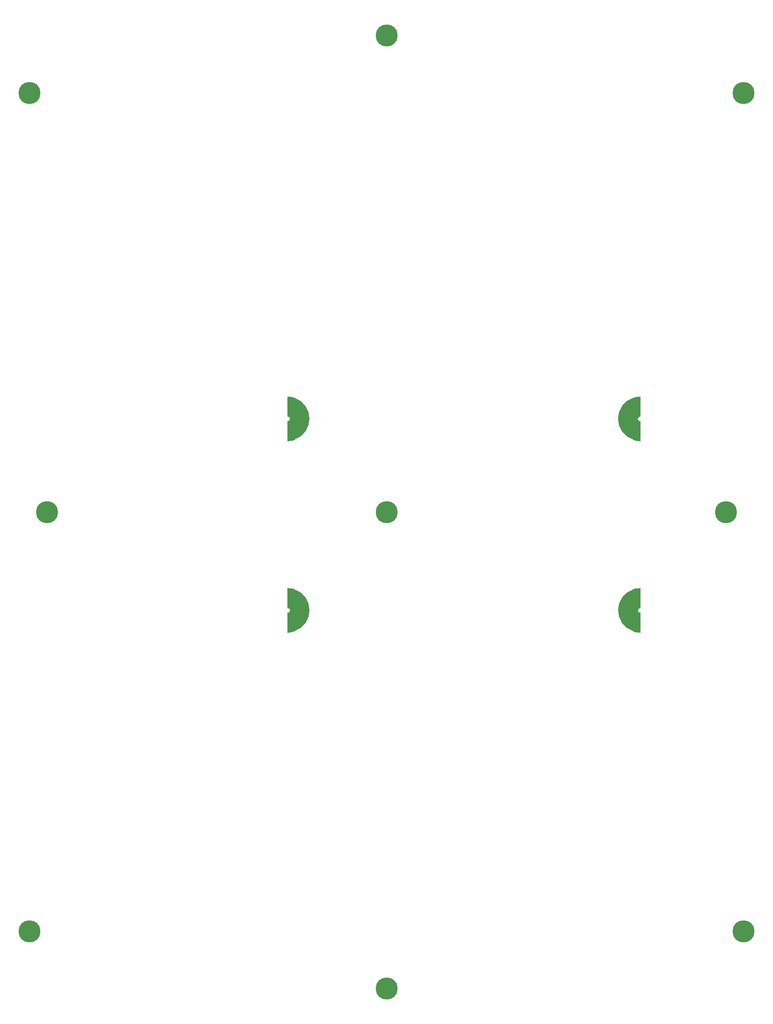
<source format=gbr>
%TF.GenerationSoftware,KiCad,Pcbnew,5.99.0-unknown-0a0935e0f3~125~ubuntu20.04.1*%
%TF.CreationDate,2021-03-31T20:14:15-05:00*%
%TF.ProjectId,Feeds,46656564-732e-46b6-9963-61645f706362,rev?*%
%TF.SameCoordinates,Original*%
%TF.FileFunction,Soldermask,Top*%
%TF.FilePolarity,Negative*%
%FSLAX46Y46*%
G04 Gerber Fmt 4.6, Leading zero omitted, Abs format (unit mm)*
G04 Created by KiCad (PCBNEW 5.99.0-unknown-0a0935e0f3~125~ubuntu20.04.1) date 2021-03-31 20:14:15*
%MOMM*%
%LPD*%
G01*
G04 APERTURE LIST*
%ADD10C,0.000100*%
%ADD11C,2.200000*%
%ADD12C,2.900000*%
%ADD13C,5.000000*%
G04 APERTURE END LIST*
D10*
%TO.C,Feed2*%
X149253600Y-96684625D02*
X149423600Y-96724625D01*
X149423600Y-96724625D02*
X149623600Y-96764625D01*
X149623600Y-96764625D02*
X149873600Y-96804625D01*
X149873600Y-96804625D02*
X150063600Y-96824625D01*
X150063600Y-96824625D02*
X150213600Y-96834625D01*
X150213600Y-96834625D02*
X150423600Y-96844625D01*
X150423600Y-96844625D02*
X150513600Y-96844625D01*
X150513600Y-96844625D02*
X149043600Y-96624625D01*
X149043600Y-96624625D02*
X149253600Y-96684625D01*
G36*
X150513600Y-96844625D02*
G01*
X150423600Y-96844625D01*
X150213600Y-96834625D01*
X150063600Y-96824625D01*
X149873600Y-96804625D01*
X149623600Y-96764625D01*
X149423600Y-96724625D01*
X149253600Y-96684625D01*
X149043600Y-96624625D01*
X150513600Y-96844625D01*
G37*
X150513600Y-96844625D02*
X150423600Y-96844625D01*
X150213600Y-96834625D01*
X150063600Y-96824625D01*
X149873600Y-96804625D01*
X149623600Y-96764625D01*
X149423600Y-96724625D01*
X149253600Y-96684625D01*
X149043600Y-96624625D01*
X150513600Y-96844625D01*
X149902600Y-92406625D02*
X150492600Y-92406625D01*
X150492600Y-92406625D02*
X150402600Y-92386625D01*
X150402600Y-92386625D02*
X150292600Y-92346625D01*
X150292600Y-92346625D02*
X150192600Y-92296625D01*
X150192600Y-92296625D02*
X150102600Y-92226625D01*
X150102600Y-92226625D02*
X150042600Y-92156625D01*
X150042600Y-92156625D02*
X149975100Y-92020375D01*
X149975100Y-92020375D02*
X149963850Y-91797250D01*
X149963850Y-91797250D02*
X150001350Y-91656000D01*
X150001350Y-91656000D02*
X150052600Y-91566625D01*
X150052600Y-91566625D02*
X150102600Y-91496625D01*
X150102600Y-91496625D02*
X150162600Y-91426625D01*
X150162600Y-91426625D02*
X150232600Y-91366625D01*
X150232600Y-91366625D02*
X150302600Y-91326625D01*
X150302600Y-91326625D02*
X150402600Y-91286625D01*
X150402600Y-91286625D02*
X149902600Y-91286625D01*
X149902600Y-91286625D02*
X149902600Y-92406625D01*
G36*
X150302600Y-91326625D02*
G01*
X150232600Y-91366625D01*
X150162600Y-91426625D01*
X150102600Y-91496625D01*
X150052600Y-91566625D01*
X150001350Y-91656000D01*
X149963850Y-91797250D01*
X149975100Y-92020375D01*
X150042600Y-92156625D01*
X150102600Y-92226625D01*
X150192600Y-92296625D01*
X150292600Y-92346625D01*
X150402600Y-92386625D01*
X150492600Y-92406625D01*
X149902600Y-92406625D01*
X149902600Y-91286625D01*
X150402600Y-91286625D01*
X150302600Y-91326625D01*
G37*
X150302600Y-91326625D02*
X150232600Y-91366625D01*
X150162600Y-91426625D01*
X150102600Y-91496625D01*
X150052600Y-91566625D01*
X150001350Y-91656000D01*
X149963850Y-91797250D01*
X149975100Y-92020375D01*
X150042600Y-92156625D01*
X150102600Y-92226625D01*
X150192600Y-92296625D01*
X150292600Y-92346625D01*
X150402600Y-92386625D01*
X150492600Y-92406625D01*
X149902600Y-92406625D01*
X149902600Y-91286625D01*
X150402600Y-91286625D01*
X150302600Y-91326625D01*
X150187600Y-86854875D02*
X149990000Y-86875025D01*
X149990000Y-86875025D02*
X149836000Y-86898025D01*
X149836000Y-86898025D02*
X149608000Y-86933025D01*
X149608000Y-86933025D02*
X149245000Y-87020025D01*
X149245000Y-87020025D02*
X148733000Y-87189025D01*
X148733000Y-87189025D02*
X150512600Y-87183625D01*
X150512600Y-87183625D02*
X150512600Y-86833625D01*
X150512600Y-86833625D02*
X150374000Y-86842025D01*
X150374000Y-86842025D02*
X150187600Y-86854875D01*
G36*
X150512600Y-87183625D02*
G01*
X148733000Y-87189025D01*
X149245000Y-87020025D01*
X149608000Y-86933025D01*
X149836000Y-86898025D01*
X149990000Y-86875025D01*
X150187600Y-86854875D01*
X150374000Y-86842025D01*
X150512600Y-86833625D01*
X150512600Y-87183625D01*
G37*
X150512600Y-87183625D02*
X148733000Y-87189025D01*
X149245000Y-87020025D01*
X149608000Y-86933025D01*
X149836000Y-86898025D01*
X149990000Y-86875025D01*
X150187600Y-86854875D01*
X150374000Y-86842025D01*
X150512600Y-86833625D01*
X150512600Y-87183625D01*
X147534000Y-91360025D02*
X150512600Y-91286625D01*
X150512600Y-91286625D02*
X150513000Y-86850025D01*
X150513000Y-86850025D02*
X149232000Y-87036025D01*
X149232000Y-87036025D02*
X147534000Y-91360025D01*
G36*
X150512600Y-91286625D02*
G01*
X147534000Y-91360025D01*
X149232000Y-87036025D01*
X150513000Y-86850025D01*
X150512600Y-91286625D01*
G37*
X150512600Y-91286625D02*
X147534000Y-91360025D01*
X149232000Y-87036025D01*
X150513000Y-86850025D01*
X150512600Y-91286625D01*
X149048057Y-96630158D02*
X150518057Y-96850158D01*
X150518057Y-96850158D02*
X150521279Y-92405900D01*
X150521279Y-92405900D02*
X149900000Y-92401025D01*
X149900000Y-92401025D02*
X149919000Y-91279025D01*
X149919000Y-91279025D02*
X147276000Y-91360025D01*
X147276000Y-91360025D02*
X149048057Y-96630158D01*
G36*
X149900000Y-92401025D02*
G01*
X150521279Y-92405900D01*
X150518057Y-96850158D01*
X149048057Y-96630158D01*
X147276000Y-91360025D01*
X149919000Y-91279025D01*
X149900000Y-92401025D01*
G37*
X149900000Y-92401025D02*
X150521279Y-92405900D01*
X150518057Y-96850158D01*
X149048057Y-96630158D01*
X147276000Y-91360025D01*
X149919000Y-91279025D01*
X149900000Y-92401025D01*
D11*
X149393000Y-95581025D02*
G75*
G02*
X149421000Y-88112025I1113900J3730377D01*
G01*
D10*
%TO.C,Feed3*%
X149268600Y-140092575D02*
X149438600Y-140132575D01*
X149438600Y-140132575D02*
X149638600Y-140172575D01*
X149638600Y-140172575D02*
X149888600Y-140212575D01*
X149888600Y-140212575D02*
X150078600Y-140232575D01*
X150078600Y-140232575D02*
X150228600Y-140242575D01*
X150228600Y-140242575D02*
X150438600Y-140252575D01*
X150438600Y-140252575D02*
X150528600Y-140252575D01*
X150528600Y-140252575D02*
X149058600Y-140032575D01*
X149058600Y-140032575D02*
X149268600Y-140092575D01*
G36*
X150528600Y-140252575D02*
G01*
X150438600Y-140252575D01*
X150228600Y-140242575D01*
X150078600Y-140232575D01*
X149888600Y-140212575D01*
X149638600Y-140172575D01*
X149438600Y-140132575D01*
X149268600Y-140092575D01*
X149058600Y-140032575D01*
X150528600Y-140252575D01*
G37*
X150528600Y-140252575D02*
X150438600Y-140252575D01*
X150228600Y-140242575D01*
X150078600Y-140232575D01*
X149888600Y-140212575D01*
X149638600Y-140172575D01*
X149438600Y-140132575D01*
X149268600Y-140092575D01*
X149058600Y-140032575D01*
X150528600Y-140252575D01*
X149917600Y-135814575D02*
X150507600Y-135814575D01*
X150507600Y-135814575D02*
X150417600Y-135794575D01*
X150417600Y-135794575D02*
X150307600Y-135754575D01*
X150307600Y-135754575D02*
X150207600Y-135704575D01*
X150207600Y-135704575D02*
X150117600Y-135634575D01*
X150117600Y-135634575D02*
X150057600Y-135564575D01*
X150057600Y-135564575D02*
X149990100Y-135428325D01*
X149990100Y-135428325D02*
X149978850Y-135205200D01*
X149978850Y-135205200D02*
X150016350Y-135063950D01*
X150016350Y-135063950D02*
X150067600Y-134974575D01*
X150067600Y-134974575D02*
X150117600Y-134904575D01*
X150117600Y-134904575D02*
X150177600Y-134834575D01*
X150177600Y-134834575D02*
X150247600Y-134774575D01*
X150247600Y-134774575D02*
X150317600Y-134734575D01*
X150317600Y-134734575D02*
X150417600Y-134694575D01*
X150417600Y-134694575D02*
X149917600Y-134694575D01*
X149917600Y-134694575D02*
X149917600Y-135814575D01*
G36*
X150317600Y-134734575D02*
G01*
X150247600Y-134774575D01*
X150177600Y-134834575D01*
X150117600Y-134904575D01*
X150067600Y-134974575D01*
X150016350Y-135063950D01*
X149978850Y-135205200D01*
X149990100Y-135428325D01*
X150057600Y-135564575D01*
X150117600Y-135634575D01*
X150207600Y-135704575D01*
X150307600Y-135754575D01*
X150417600Y-135794575D01*
X150507600Y-135814575D01*
X149917600Y-135814575D01*
X149917600Y-134694575D01*
X150417600Y-134694575D01*
X150317600Y-134734575D01*
G37*
X150317600Y-134734575D02*
X150247600Y-134774575D01*
X150177600Y-134834575D01*
X150117600Y-134904575D01*
X150067600Y-134974575D01*
X150016350Y-135063950D01*
X149978850Y-135205200D01*
X149990100Y-135428325D01*
X150057600Y-135564575D01*
X150117600Y-135634575D01*
X150207600Y-135704575D01*
X150307600Y-135754575D01*
X150417600Y-135794575D01*
X150507600Y-135814575D01*
X149917600Y-135814575D01*
X149917600Y-134694575D01*
X150417600Y-134694575D01*
X150317600Y-134734575D01*
X150202600Y-130262825D02*
X150005000Y-130282975D01*
X150005000Y-130282975D02*
X149851000Y-130305975D01*
X149851000Y-130305975D02*
X149623000Y-130340975D01*
X149623000Y-130340975D02*
X149260000Y-130427975D01*
X149260000Y-130427975D02*
X148748000Y-130596975D01*
X148748000Y-130596975D02*
X150527600Y-130591575D01*
X150527600Y-130591575D02*
X150527600Y-130241575D01*
X150527600Y-130241575D02*
X150389000Y-130249975D01*
X150389000Y-130249975D02*
X150202600Y-130262825D01*
G36*
X150527600Y-130591575D02*
G01*
X148748000Y-130596975D01*
X149260000Y-130427975D01*
X149623000Y-130340975D01*
X149851000Y-130305975D01*
X150005000Y-130282975D01*
X150202600Y-130262825D01*
X150389000Y-130249975D01*
X150527600Y-130241575D01*
X150527600Y-130591575D01*
G37*
X150527600Y-130591575D02*
X148748000Y-130596975D01*
X149260000Y-130427975D01*
X149623000Y-130340975D01*
X149851000Y-130305975D01*
X150005000Y-130282975D01*
X150202600Y-130262825D01*
X150389000Y-130249975D01*
X150527600Y-130241575D01*
X150527600Y-130591575D01*
X147549000Y-134767975D02*
X150527600Y-134694575D01*
X150527600Y-134694575D02*
X150528000Y-130257975D01*
X150528000Y-130257975D02*
X149247000Y-130443975D01*
X149247000Y-130443975D02*
X147549000Y-134767975D01*
G36*
X150527600Y-134694575D02*
G01*
X147549000Y-134767975D01*
X149247000Y-130443975D01*
X150528000Y-130257975D01*
X150527600Y-134694575D01*
G37*
X150527600Y-134694575D02*
X147549000Y-134767975D01*
X149247000Y-130443975D01*
X150528000Y-130257975D01*
X150527600Y-134694575D01*
X149063057Y-140038108D02*
X150533057Y-140258108D01*
X150533057Y-140258108D02*
X150536279Y-135813850D01*
X150536279Y-135813850D02*
X149915000Y-135808975D01*
X149915000Y-135808975D02*
X149934000Y-134686975D01*
X149934000Y-134686975D02*
X147291000Y-134767975D01*
X147291000Y-134767975D02*
X149063057Y-140038108D01*
G36*
X149915000Y-135808975D02*
G01*
X150536279Y-135813850D01*
X150533057Y-140258108D01*
X149063057Y-140038108D01*
X147291000Y-134767975D01*
X149934000Y-134686975D01*
X149915000Y-135808975D01*
G37*
X149915000Y-135808975D02*
X150536279Y-135813850D01*
X150533057Y-140258108D01*
X149063057Y-140038108D01*
X147291000Y-134767975D01*
X149934000Y-134686975D01*
X149915000Y-135808975D01*
D11*
X149408000Y-138988975D02*
G75*
G02*
X149436000Y-131519975I1113900J3730377D01*
G01*
D10*
%TO.C,Feed1*%
X71778400Y-87007425D02*
X71608400Y-86967425D01*
X71608400Y-86967425D02*
X71408400Y-86927425D01*
X71408400Y-86927425D02*
X71158400Y-86887425D01*
X71158400Y-86887425D02*
X70968400Y-86867425D01*
X70968400Y-86867425D02*
X70818400Y-86857425D01*
X70818400Y-86857425D02*
X70608400Y-86847425D01*
X70608400Y-86847425D02*
X70518400Y-86847425D01*
X70518400Y-86847425D02*
X71988400Y-87067425D01*
X71988400Y-87067425D02*
X71778400Y-87007425D01*
G36*
X70818400Y-86857425D02*
G01*
X70968400Y-86867425D01*
X71158400Y-86887425D01*
X71408400Y-86927425D01*
X71608400Y-86967425D01*
X71778400Y-87007425D01*
X71988400Y-87067425D01*
X70518400Y-86847425D01*
X70608400Y-86847425D01*
X70818400Y-86857425D01*
G37*
X70818400Y-86857425D02*
X70968400Y-86867425D01*
X71158400Y-86887425D01*
X71408400Y-86927425D01*
X71608400Y-86967425D01*
X71778400Y-87007425D01*
X71988400Y-87067425D01*
X70518400Y-86847425D01*
X70608400Y-86847425D01*
X70818400Y-86857425D01*
X71129400Y-91285425D02*
X70539400Y-91285425D01*
X70539400Y-91285425D02*
X70629400Y-91305425D01*
X70629400Y-91305425D02*
X70739400Y-91345425D01*
X70739400Y-91345425D02*
X70839400Y-91395425D01*
X70839400Y-91395425D02*
X70929400Y-91465425D01*
X70929400Y-91465425D02*
X70989400Y-91535425D01*
X70989400Y-91535425D02*
X71056900Y-91671675D01*
X71056900Y-91671675D02*
X71068150Y-91894800D01*
X71068150Y-91894800D02*
X71030650Y-92036050D01*
X71030650Y-92036050D02*
X70979400Y-92125425D01*
X70979400Y-92125425D02*
X70929400Y-92195425D01*
X70929400Y-92195425D02*
X70869400Y-92265425D01*
X70869400Y-92265425D02*
X70799400Y-92325425D01*
X70799400Y-92325425D02*
X70729400Y-92365425D01*
X70729400Y-92365425D02*
X70629400Y-92405425D01*
X70629400Y-92405425D02*
X71129400Y-92405425D01*
X71129400Y-92405425D02*
X71129400Y-91285425D01*
G36*
X71129400Y-92405425D02*
G01*
X70629400Y-92405425D01*
X70729400Y-92365425D01*
X70799400Y-92325425D01*
X70869400Y-92265425D01*
X70929400Y-92195425D01*
X70979400Y-92125425D01*
X71030650Y-92036050D01*
X71068150Y-91894800D01*
X71056900Y-91671675D01*
X70989400Y-91535425D01*
X70929400Y-91465425D01*
X70839400Y-91395425D01*
X70739400Y-91345425D01*
X70629400Y-91305425D01*
X70539400Y-91285425D01*
X71129400Y-91285425D01*
X71129400Y-92405425D01*
G37*
X71129400Y-92405425D02*
X70629400Y-92405425D01*
X70729400Y-92365425D01*
X70799400Y-92325425D01*
X70869400Y-92265425D01*
X70929400Y-92195425D01*
X70979400Y-92125425D01*
X71030650Y-92036050D01*
X71068150Y-91894800D01*
X71056900Y-91671675D01*
X70989400Y-91535425D01*
X70929400Y-91465425D01*
X70839400Y-91395425D01*
X70739400Y-91345425D01*
X70629400Y-91305425D01*
X70539400Y-91285425D01*
X71129400Y-91285425D01*
X71129400Y-92405425D01*
X70844400Y-96837175D02*
X71042000Y-96817025D01*
X71042000Y-96817025D02*
X71196000Y-96794025D01*
X71196000Y-96794025D02*
X71424000Y-96759025D01*
X71424000Y-96759025D02*
X71787000Y-96672025D01*
X71787000Y-96672025D02*
X72299000Y-96503025D01*
X72299000Y-96503025D02*
X70519400Y-96508425D01*
X70519400Y-96508425D02*
X70519400Y-96858425D01*
X70519400Y-96858425D02*
X70658000Y-96850025D01*
X70658000Y-96850025D02*
X70844400Y-96837175D01*
G36*
X71787000Y-96672025D02*
G01*
X71424000Y-96759025D01*
X71196000Y-96794025D01*
X71042000Y-96817025D01*
X70844400Y-96837175D01*
X70658000Y-96850025D01*
X70519400Y-96858425D01*
X70519400Y-96508425D01*
X72299000Y-96503025D01*
X71787000Y-96672025D01*
G37*
X71787000Y-96672025D02*
X71424000Y-96759025D01*
X71196000Y-96794025D01*
X71042000Y-96817025D01*
X70844400Y-96837175D01*
X70658000Y-96850025D01*
X70519400Y-96858425D01*
X70519400Y-96508425D01*
X72299000Y-96503025D01*
X71787000Y-96672025D01*
X73498000Y-92332025D02*
X70519400Y-92405425D01*
X70519400Y-92405425D02*
X70519000Y-96842025D01*
X70519000Y-96842025D02*
X71800000Y-96656025D01*
X71800000Y-96656025D02*
X73498000Y-92332025D01*
G36*
X71800000Y-96656025D02*
G01*
X70519000Y-96842025D01*
X70519400Y-92405425D01*
X73498000Y-92332025D01*
X71800000Y-96656025D01*
G37*
X71800000Y-96656025D02*
X70519000Y-96842025D01*
X70519400Y-92405425D01*
X73498000Y-92332025D01*
X71800000Y-96656025D01*
X71983943Y-87061892D02*
X70513943Y-86841892D01*
X70513943Y-86841892D02*
X70510721Y-91286150D01*
X70510721Y-91286150D02*
X71132000Y-91291025D01*
X71132000Y-91291025D02*
X71113000Y-92413025D01*
X71113000Y-92413025D02*
X73756000Y-92332025D01*
X73756000Y-92332025D02*
X71983943Y-87061892D01*
G36*
X71983943Y-87061892D02*
G01*
X73756000Y-92332025D01*
X71113000Y-92413025D01*
X71132000Y-91291025D01*
X70510721Y-91286150D01*
X70513943Y-86841892D01*
X71983943Y-87061892D01*
G37*
X71983943Y-87061892D02*
X73756000Y-92332025D01*
X71113000Y-92413025D01*
X71132000Y-91291025D01*
X70510721Y-91286150D01*
X70513943Y-86841892D01*
X71983943Y-87061892D01*
D11*
X71639000Y-88111025D02*
G75*
G02*
X71611000Y-95580025I-1113900J-3730377D01*
G01*
D10*
%TO.C,Feed4*%
X71793400Y-130415375D02*
X71623400Y-130375375D01*
X71623400Y-130375375D02*
X71423400Y-130335375D01*
X71423400Y-130335375D02*
X71173400Y-130295375D01*
X71173400Y-130295375D02*
X70983400Y-130275375D01*
X70983400Y-130275375D02*
X70833400Y-130265375D01*
X70833400Y-130265375D02*
X70623400Y-130255375D01*
X70623400Y-130255375D02*
X70533400Y-130255375D01*
X70533400Y-130255375D02*
X72003400Y-130475375D01*
X72003400Y-130475375D02*
X71793400Y-130415375D01*
G36*
X70833400Y-130265375D02*
G01*
X70983400Y-130275375D01*
X71173400Y-130295375D01*
X71423400Y-130335375D01*
X71623400Y-130375375D01*
X71793400Y-130415375D01*
X72003400Y-130475375D01*
X70533400Y-130255375D01*
X70623400Y-130255375D01*
X70833400Y-130265375D01*
G37*
X70833400Y-130265375D02*
X70983400Y-130275375D01*
X71173400Y-130295375D01*
X71423400Y-130335375D01*
X71623400Y-130375375D01*
X71793400Y-130415375D01*
X72003400Y-130475375D01*
X70533400Y-130255375D01*
X70623400Y-130255375D01*
X70833400Y-130265375D01*
X71144400Y-134693375D02*
X70554400Y-134693375D01*
X70554400Y-134693375D02*
X70644400Y-134713375D01*
X70644400Y-134713375D02*
X70754400Y-134753375D01*
X70754400Y-134753375D02*
X70854400Y-134803375D01*
X70854400Y-134803375D02*
X70944400Y-134873375D01*
X70944400Y-134873375D02*
X71004400Y-134943375D01*
X71004400Y-134943375D02*
X71071900Y-135079625D01*
X71071900Y-135079625D02*
X71083150Y-135302750D01*
X71083150Y-135302750D02*
X71045650Y-135444000D01*
X71045650Y-135444000D02*
X70994400Y-135533375D01*
X70994400Y-135533375D02*
X70944400Y-135603375D01*
X70944400Y-135603375D02*
X70884400Y-135673375D01*
X70884400Y-135673375D02*
X70814400Y-135733375D01*
X70814400Y-135733375D02*
X70744400Y-135773375D01*
X70744400Y-135773375D02*
X70644400Y-135813375D01*
X70644400Y-135813375D02*
X71144400Y-135813375D01*
X71144400Y-135813375D02*
X71144400Y-134693375D01*
G36*
X71144400Y-135813375D02*
G01*
X70644400Y-135813375D01*
X70744400Y-135773375D01*
X70814400Y-135733375D01*
X70884400Y-135673375D01*
X70944400Y-135603375D01*
X70994400Y-135533375D01*
X71045650Y-135444000D01*
X71083150Y-135302750D01*
X71071900Y-135079625D01*
X71004400Y-134943375D01*
X70944400Y-134873375D01*
X70854400Y-134803375D01*
X70754400Y-134753375D01*
X70644400Y-134713375D01*
X70554400Y-134693375D01*
X71144400Y-134693375D01*
X71144400Y-135813375D01*
G37*
X71144400Y-135813375D02*
X70644400Y-135813375D01*
X70744400Y-135773375D01*
X70814400Y-135733375D01*
X70884400Y-135673375D01*
X70944400Y-135603375D01*
X70994400Y-135533375D01*
X71045650Y-135444000D01*
X71083150Y-135302750D01*
X71071900Y-135079625D01*
X71004400Y-134943375D01*
X70944400Y-134873375D01*
X70854400Y-134803375D01*
X70754400Y-134753375D01*
X70644400Y-134713375D01*
X70554400Y-134693375D01*
X71144400Y-134693375D01*
X71144400Y-135813375D01*
X70859400Y-140245125D02*
X71057000Y-140224975D01*
X71057000Y-140224975D02*
X71211000Y-140201975D01*
X71211000Y-140201975D02*
X71439000Y-140166975D01*
X71439000Y-140166975D02*
X71802000Y-140079975D01*
X71802000Y-140079975D02*
X72314000Y-139910975D01*
X72314000Y-139910975D02*
X70534400Y-139916375D01*
X70534400Y-139916375D02*
X70534400Y-140266375D01*
X70534400Y-140266375D02*
X70673000Y-140257975D01*
X70673000Y-140257975D02*
X70859400Y-140245125D01*
G36*
X71802000Y-140079975D02*
G01*
X71439000Y-140166975D01*
X71211000Y-140201975D01*
X71057000Y-140224975D01*
X70859400Y-140245125D01*
X70673000Y-140257975D01*
X70534400Y-140266375D01*
X70534400Y-139916375D01*
X72314000Y-139910975D01*
X71802000Y-140079975D01*
G37*
X71802000Y-140079975D02*
X71439000Y-140166975D01*
X71211000Y-140201975D01*
X71057000Y-140224975D01*
X70859400Y-140245125D01*
X70673000Y-140257975D01*
X70534400Y-140266375D01*
X70534400Y-139916375D01*
X72314000Y-139910975D01*
X71802000Y-140079975D01*
X73513000Y-135739975D02*
X70534400Y-135813375D01*
X70534400Y-135813375D02*
X70534000Y-140249975D01*
X70534000Y-140249975D02*
X71815000Y-140063975D01*
X71815000Y-140063975D02*
X73513000Y-135739975D01*
G36*
X71815000Y-140063975D02*
G01*
X70534000Y-140249975D01*
X70534400Y-135813375D01*
X73513000Y-135739975D01*
X71815000Y-140063975D01*
G37*
X71815000Y-140063975D02*
X70534000Y-140249975D01*
X70534400Y-135813375D01*
X73513000Y-135739975D01*
X71815000Y-140063975D01*
X71998943Y-130469842D02*
X70528943Y-130249842D01*
X70528943Y-130249842D02*
X70525721Y-134694100D01*
X70525721Y-134694100D02*
X71147000Y-134698975D01*
X71147000Y-134698975D02*
X71128000Y-135820975D01*
X71128000Y-135820975D02*
X73771000Y-135739975D01*
X73771000Y-135739975D02*
X71998943Y-130469842D01*
G36*
X71998943Y-130469842D02*
G01*
X73771000Y-135739975D01*
X71128000Y-135820975D01*
X71147000Y-134698975D01*
X70525721Y-134694100D01*
X70528943Y-130249842D01*
X71998943Y-130469842D01*
G37*
X71998943Y-130469842D02*
X73771000Y-135739975D01*
X71128000Y-135820975D01*
X71147000Y-134698975D01*
X70525721Y-134694100D01*
X70528943Y-130249842D01*
X71998943Y-130469842D01*
D11*
X71654000Y-131518975D02*
G75*
G02*
X71626000Y-138987975I-1113900J-3730377D01*
G01*
%TD*%
D12*
%TO.C,H10*%
X93000000Y-5000000D03*
D13*
X93000000Y-5000000D03*
%TD*%
D12*
%TO.C,H12*%
X170000000Y-113000000D03*
D13*
X170000000Y-113000000D03*
%TD*%
%TO.C,H12*%
X93000000Y-113000000D03*
D12*
X93000000Y-113000000D03*
%TD*%
%TO.C,H4*%
X174000000Y-208000000D03*
D13*
X174000000Y-208000000D03*
%TD*%
D12*
%TO.C,H9*%
X93000000Y-221000000D03*
D13*
X93000000Y-221000000D03*
%TD*%
D12*
%TO.C,H2*%
X174000000Y-18000000D03*
D13*
X174000000Y-18000000D03*
%TD*%
%TO.C,H3*%
X12000000Y-208000000D03*
D12*
X12000000Y-208000000D03*
%TD*%
D13*
%TO.C,H1*%
X12000000Y-18000000D03*
D12*
X12000000Y-18000000D03*
%TD*%
D13*
%TO.C,H11*%
X16000000Y-113000000D03*
D12*
X16000000Y-113000000D03*
%TD*%
M02*

</source>
